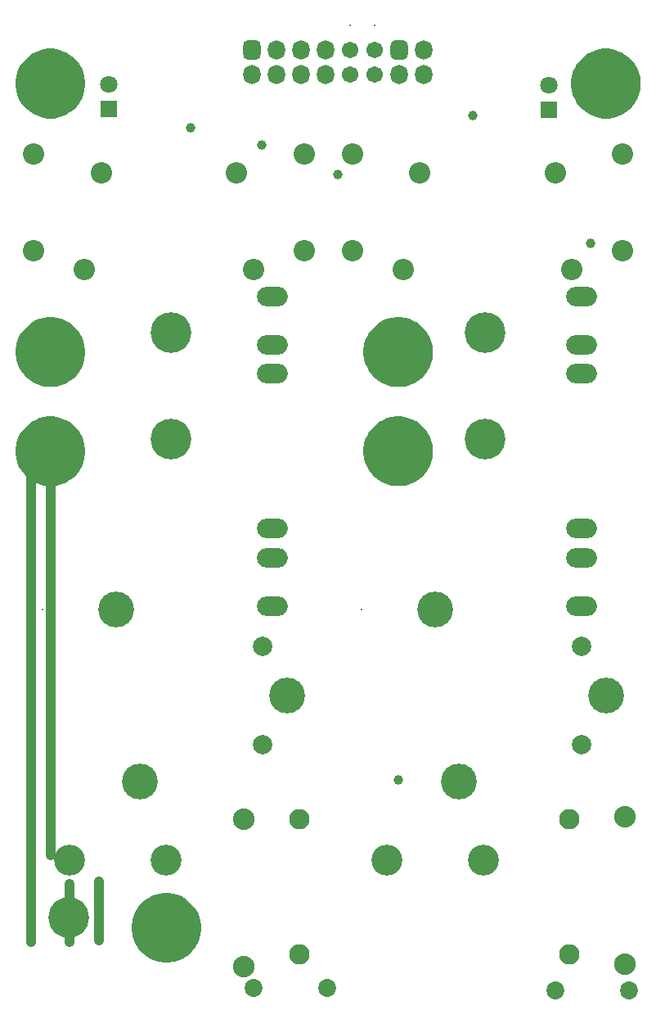
<source format=gts>
G04 Layer_Color=8388736*
%FSLAX25Y25*%
%MOIN*%
G70*
G01*
G75*
%ADD10C,0.03937*%
%ADD49C,0.16548*%
%ADD50C,0.12611*%
%ADD51C,0.08300*%
%ADD52C,0.08800*%
%ADD53C,0.07300*%
%ADD54R,0.07099X0.07099*%
%ADD55C,0.08674*%
%ADD56C,0.14579*%
%ADD57C,0.07887*%
%ADD58C,0.00800*%
%ADD59R,0.06706X0.06706*%
%ADD60C,0.06706*%
%ADD61C,0.07099*%
%ADD62O,0.12611X0.07887*%
G04:AMPARAMS|DCode=63|XSize=70.99mil|YSize=78.87mil|CornerRadius=19.75mil|HoleSize=0mil|Usage=FLASHONLY|Rotation=180.000|XOffset=0mil|YOffset=0mil|HoleType=Round|Shape=RoundedRectangle|*
%AMROUNDEDRECTD63*
21,1,0.07099,0.03937,0,0,180.0*
21,1,0.03150,0.07887,0,0,180.0*
1,1,0.03950,-0.01575,0.01969*
1,1,0.03950,0.01575,0.01969*
1,1,0.03950,0.01575,-0.01969*
1,1,0.03950,-0.01575,-0.01969*
%
%ADD63ROUNDEDRECTD63*%
%ADD64O,0.07099X0.07887*%
%ADD65C,0.03398*%
%ADD66C,0.03950*%
G36*
X157484Y242519D02*
X158414Y242515D01*
X160258Y242264D01*
X162054Y241775D01*
X163770Y241056D01*
X165378Y240121D01*
X166851Y238984D01*
X168164Y237665D01*
X169294Y236186D01*
X170221Y234573D01*
X170931Y232853D01*
X171412Y231055D01*
X171654Y229210D01*
X171654Y228280D01*
X171654Y227356D01*
X171413Y225522D01*
X170934Y223736D01*
X170226Y222027D01*
X169302Y220426D01*
X168176Y218959D01*
X166868Y217651D01*
X165401Y216526D01*
X163800Y215601D01*
X162091Y214893D01*
X160305Y214415D01*
X158472Y214173D01*
X157547D01*
X156614Y214173D01*
X154763Y214416D01*
X152960Y214899D01*
X151236Y215613D01*
X149619Y216546D01*
X148139Y217682D01*
X146819Y219002D01*
X145682Y220482D01*
X144749Y222098D01*
X144034Y223823D01*
X143551Y225625D01*
X143307Y227476D01*
X143307Y228409D01*
X143307Y229337D01*
X143550Y231176D01*
X144031Y232968D01*
X144743Y234681D01*
X145674Y236286D01*
X146806Y237756D01*
X148121Y239065D01*
X149596Y240190D01*
X151205Y241113D01*
X152922Y241816D01*
X154716Y242290D01*
X156556Y242524D01*
X157484Y242519D01*
D02*
G37*
G36*
X15752D02*
X16682Y242515D01*
X18526Y242264D01*
X20321Y241775D01*
X22038Y241056D01*
X23646Y240121D01*
X25119Y238984D01*
X26432Y237665D01*
X27562Y236186D01*
X28489Y234573D01*
X29199Y232853D01*
X29679Y231055D01*
X29922Y229210D01*
X29922Y228280D01*
X29922Y227356D01*
X29680Y225522D01*
X29202Y223736D01*
X28494Y222027D01*
X27569Y220426D01*
X26444Y218959D01*
X25136Y217651D01*
X23669Y216526D01*
X22067Y215601D01*
X20359Y214893D01*
X18573Y214415D01*
X16739Y214173D01*
X15815D01*
X14882Y214173D01*
X13031Y214416D01*
X11228Y214899D01*
X9504Y215613D01*
X7887Y216546D01*
X6406Y217682D01*
X5086Y219002D01*
X3950Y220482D01*
X3016Y222098D01*
X2302Y223823D01*
X1819Y225625D01*
X1575Y227476D01*
X1575Y228409D01*
X1575Y229337D01*
X1818Y231176D01*
X2299Y232968D01*
X3011Y234681D01*
X3941Y236286D01*
X5074Y237756D01*
X6389Y239065D01*
X7863Y240190D01*
X9473Y241113D01*
X11190Y241816D01*
X12984Y242290D01*
X14824Y242524D01*
X15752Y242519D01*
D02*
G37*
G36*
X62996Y48622D02*
X63926Y48617D01*
X65770Y48366D01*
X67565Y47877D01*
X69282Y47159D01*
X70890Y46223D01*
X72363Y45086D01*
X73676Y43767D01*
X74806Y42289D01*
X75733Y40676D01*
X76443Y38956D01*
X76924Y37158D01*
X77166Y35313D01*
X77166Y34383D01*
X77166Y33458D01*
X76924Y31624D01*
X76446Y29838D01*
X75738Y28130D01*
X74813Y26528D01*
X73688Y25061D01*
X72380Y23754D01*
X70913Y22628D01*
X69311Y21703D01*
X67603Y20996D01*
X65817Y20517D01*
X63984Y20276D01*
X63059D01*
X62126Y20276D01*
X60275Y20519D01*
X58472Y21002D01*
X56748Y21716D01*
X55131Y22649D01*
X53650Y23785D01*
X52330Y25104D01*
X51194Y26585D01*
X50261Y28201D01*
X49546Y29925D01*
X49063Y31728D01*
X48819Y33578D01*
X48819Y34512D01*
X48819Y35439D01*
X49062Y37278D01*
X49543Y39070D01*
X50255Y40783D01*
X51185Y42389D01*
X52318Y43858D01*
X53633Y45167D01*
X55108Y46292D01*
X56717Y47215D01*
X58434Y47919D01*
X60228Y48392D01*
X62068Y48626D01*
X62996Y48622D01*
D02*
G37*
G36*
X15752Y282874D02*
X16682Y282869D01*
X18526Y282618D01*
X20321Y282129D01*
X22038Y281411D01*
X23646Y280475D01*
X25119Y279338D01*
X26432Y278019D01*
X27562Y276540D01*
X28489Y274927D01*
X29199Y273207D01*
X29679Y271410D01*
X29922Y269565D01*
X29922Y268634D01*
X29922Y267710D01*
X29680Y265876D01*
X29202Y264090D01*
X28494Y262382D01*
X27569Y260780D01*
X26444Y259313D01*
X25136Y258006D01*
X23669Y256880D01*
X22067Y255955D01*
X20359Y255248D01*
X18573Y254769D01*
X16739Y254528D01*
X15815D01*
X14882Y254527D01*
X13031Y254771D01*
X11228Y255254D01*
X9504Y255967D01*
X7887Y256901D01*
X6406Y258036D01*
X5086Y259356D01*
X3950Y260837D01*
X3016Y262453D01*
X2302Y264177D01*
X1819Y265980D01*
X1575Y267830D01*
X1575Y268763D01*
X1575Y269691D01*
X1818Y271530D01*
X2299Y273322D01*
X3011Y275035D01*
X3941Y276641D01*
X5074Y278110D01*
X6389Y279419D01*
X7863Y280544D01*
X9473Y281467D01*
X11190Y282171D01*
X12984Y282644D01*
X14824Y282878D01*
X15752Y282874D01*
D02*
G37*
G36*
X242130Y392126D02*
X243060Y392121D01*
X244904Y391870D01*
X246699Y391381D01*
X248416Y390663D01*
X250024Y389727D01*
X251497Y388590D01*
X252810Y387271D01*
X253939Y385792D01*
X254867Y384179D01*
X255577Y382459D01*
X256057Y380662D01*
X256299Y378817D01*
X256299Y377886D01*
X256299Y376962D01*
X256058Y375128D01*
X255580Y373342D01*
X254872Y371634D01*
X253947Y370032D01*
X252821Y368565D01*
X251514Y367258D01*
X250047Y366132D01*
X248445Y365207D01*
X246737Y364499D01*
X244951Y364021D01*
X243117Y363780D01*
X242193D01*
X241260Y363779D01*
X239409Y364023D01*
X237606Y364506D01*
X235882Y365219D01*
X234265Y366153D01*
X232784Y367288D01*
X231464Y368608D01*
X230328Y370089D01*
X229395Y371705D01*
X228680Y373429D01*
X228197Y375232D01*
X227953Y377082D01*
X227953Y378015D01*
X227953Y378943D01*
X228195Y380782D01*
X228677Y382574D01*
X229389Y384287D01*
X230319Y385893D01*
X231452Y387362D01*
X232766Y388671D01*
X234241Y389796D01*
X235851Y390719D01*
X237568Y391423D01*
X239362Y391896D01*
X241202Y392130D01*
X242130Y392126D01*
D02*
G37*
G36*
X15752D02*
X16682Y392121D01*
X18526Y391870D01*
X20321Y391381D01*
X22038Y390663D01*
X23646Y389727D01*
X25119Y388590D01*
X26432Y387271D01*
X27562Y385792D01*
X28489Y384179D01*
X29199Y382459D01*
X29679Y380662D01*
X29922Y378817D01*
X29922Y377886D01*
X29922Y376962D01*
X29680Y375128D01*
X29202Y373342D01*
X28494Y371634D01*
X27569Y370032D01*
X26444Y368565D01*
X25136Y367258D01*
X23669Y366132D01*
X22067Y365207D01*
X20359Y364499D01*
X18573Y364021D01*
X16739Y363780D01*
X15815D01*
X14882Y363779D01*
X13031Y364023D01*
X11228Y364506D01*
X9504Y365219D01*
X7887Y366153D01*
X6406Y367288D01*
X5086Y368608D01*
X3950Y370089D01*
X3016Y371705D01*
X2302Y373429D01*
X1819Y375232D01*
X1575Y377082D01*
X1575Y378015D01*
X1575Y378943D01*
X1818Y380782D01*
X2299Y382574D01*
X3011Y384287D01*
X3941Y385893D01*
X5074Y387362D01*
X6389Y388671D01*
X7863Y389796D01*
X9473Y390719D01*
X11190Y391423D01*
X12984Y391896D01*
X14824Y392130D01*
X15752Y392126D01*
D02*
G37*
G36*
X157484Y282874D02*
X158414Y282869D01*
X160258Y282618D01*
X162054Y282129D01*
X163770Y281411D01*
X165378Y280475D01*
X166851Y279338D01*
X168164Y278019D01*
X169294Y276540D01*
X170221Y274927D01*
X170931Y273207D01*
X171412Y271410D01*
X171654Y269565D01*
X171654Y268634D01*
X171654Y267710D01*
X171413Y265876D01*
X170934Y264090D01*
X170226Y262382D01*
X169302Y260780D01*
X168176Y259313D01*
X166868Y258006D01*
X165401Y256880D01*
X163800Y255955D01*
X162091Y255248D01*
X160305Y254769D01*
X158472Y254528D01*
X157547D01*
X156614Y254527D01*
X154763Y254771D01*
X152960Y255254D01*
X151236Y255967D01*
X149619Y256901D01*
X148139Y258036D01*
X146819Y259356D01*
X145682Y260837D01*
X144749Y262453D01*
X144034Y264177D01*
X143551Y265980D01*
X143307Y267830D01*
X143307Y268763D01*
X143307Y269691D01*
X143550Y271530D01*
X144031Y273322D01*
X144743Y275035D01*
X145674Y276641D01*
X146806Y278110D01*
X148121Y279419D01*
X149596Y280544D01*
X151205Y281467D01*
X152922Y282171D01*
X154716Y282644D01*
X156556Y282878D01*
X157484Y282874D01*
D02*
G37*
D10*
X15748Y63976D02*
X15748Y216063D01*
X35433Y29186D02*
Y53150D01*
X23622Y28543D02*
Y52165D01*
X7874Y217876D02*
X9843Y219845D01*
X7874Y28543D02*
Y217876D01*
D49*
X157480Y268701D02*
D03*
X242126Y377953D02*
D03*
X15748D02*
D03*
X64961Y233268D02*
D03*
Y276575D02*
D03*
X15748Y228346D02*
D03*
X62992Y34449D02*
D03*
X192914Y276575D02*
D03*
Y233268D02*
D03*
X23315Y38632D02*
D03*
X62685D02*
D03*
X157480Y228346D02*
D03*
X15748Y268701D02*
D03*
D50*
X152756Y61811D02*
D03*
X192126D02*
D03*
X23622D02*
D03*
X62992D02*
D03*
D51*
X117126Y23622D02*
D03*
Y78622D02*
D03*
X227362Y23622D02*
D03*
Y78622D02*
D03*
D52*
X94488Y18701D02*
D03*
Y78701D02*
D03*
X250000Y19685D02*
D03*
Y79685D02*
D03*
D53*
X98425Y9843D02*
D03*
X128425D02*
D03*
X251457Y8858D02*
D03*
X221457D02*
D03*
D54*
X219000Y367293D02*
D03*
X39508Y367539D02*
D03*
D55*
X8859Y310039D02*
D03*
X119095D02*
D03*
X8859Y349410D02*
D03*
X119095D02*
D03*
X159449Y302165D02*
D03*
X228347D02*
D03*
X166339Y341535D02*
D03*
X221457D02*
D03*
X91536D02*
D03*
X36418D02*
D03*
X98426Y302165D02*
D03*
X29528D02*
D03*
X138780Y310039D02*
D03*
X249016D02*
D03*
X138780Y349410D02*
D03*
X249016D02*
D03*
D56*
X182284Y93898D02*
D03*
X242126Y128937D02*
D03*
X172441Y163976D02*
D03*
X52363Y93898D02*
D03*
X112205Y128937D02*
D03*
X42520Y163976D02*
D03*
D57*
X232284Y149016D02*
D03*
Y108858D02*
D03*
X102363Y149016D02*
D03*
Y108858D02*
D03*
D58*
X142520Y163976D02*
D03*
X12599D02*
D03*
X137848Y391693D02*
D03*
X147848D02*
D03*
X137848Y381693D02*
D03*
X147848D02*
D03*
Y401693D02*
D03*
X137848D02*
D03*
D59*
X97848Y391693D02*
D03*
D60*
Y381693D02*
D03*
X107848Y391693D02*
D03*
Y381693D02*
D03*
X117848Y391693D02*
D03*
Y381693D02*
D03*
X127848Y391693D02*
D03*
Y381693D02*
D03*
X137848Y391693D02*
D03*
Y381693D02*
D03*
X147848Y391693D02*
D03*
Y381693D02*
D03*
X157848Y391693D02*
D03*
Y381693D02*
D03*
X167848Y391693D02*
D03*
Y381693D02*
D03*
D61*
X219000Y377293D02*
D03*
X39508Y377539D02*
D03*
D62*
X232283Y165354D02*
D03*
Y291339D02*
D03*
Y185039D02*
D03*
Y271654D02*
D03*
Y196850D02*
D03*
Y259842D02*
D03*
X106300Y165354D02*
D03*
Y291339D02*
D03*
Y185039D02*
D03*
Y271654D02*
D03*
Y196850D02*
D03*
Y259842D02*
D03*
D63*
X157848Y391693D02*
D03*
X97848D02*
D03*
D64*
X167848D02*
D03*
X157848Y381693D02*
D03*
X167848D02*
D03*
X127848D02*
D03*
Y391693D02*
D03*
X117848Y381693D02*
D03*
Y391693D02*
D03*
X97848Y381693D02*
D03*
X107848Y391693D02*
D03*
Y381693D02*
D03*
D65*
X161811Y258268D02*
D03*
X147047Y264370D02*
D03*
X153150Y279134D02*
D03*
X167913Y273031D02*
D03*
X147047D02*
D03*
X161811Y279134D02*
D03*
X167913Y264370D02*
D03*
X153150Y258268D02*
D03*
X246457Y367520D02*
D03*
X231693Y373622D02*
D03*
X237795Y388386D02*
D03*
X252559Y382283D02*
D03*
X231693D02*
D03*
X246457Y388386D02*
D03*
X252559Y373622D02*
D03*
X237795Y367520D02*
D03*
X20079D02*
D03*
X5315Y373622D02*
D03*
X11417Y388386D02*
D03*
X26181Y382283D02*
D03*
X5315D02*
D03*
X20079Y388386D02*
D03*
X26181Y373622D02*
D03*
X11417Y367520D02*
D03*
D66*
X157480Y94488D02*
D03*
X188000Y364830D02*
D03*
X133000Y341000D02*
D03*
X73000Y360000D02*
D03*
X236000Y313000D02*
D03*
X102000Y353000D02*
D03*
M02*

</source>
